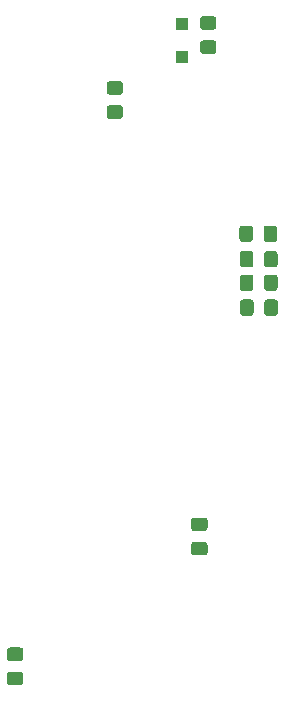
<source format=gbr>
G04 #@! TF.GenerationSoftware,KiCad,Pcbnew,(5.99.0-1662-g9db296991)*
G04 #@! TF.CreationDate,2020-05-23T19:33:27+05:30*
G04 #@! TF.ProjectId,Locker1,4c6f636b-6572-4312-9e6b-696361645f70,rev?*
G04 #@! TF.SameCoordinates,Original*
G04 #@! TF.FileFunction,Paste,Bot*
G04 #@! TF.FilePolarity,Positive*
%FSLAX46Y46*%
G04 Gerber Fmt 4.6, Leading zero omitted, Abs format (unit mm)*
G04 Created by KiCad (PCBNEW (5.99.0-1662-g9db296991)) date 2020-05-23 19:33:27*
%MOMM*%
%LPD*%
G01*
G04 APERTURE LIST*
%ADD10R,1.100000X1.100000*%
G04 APERTURE END LIST*
G36*
G01*
X73949999Y-71425000D02*
X74850001Y-71425000D01*
G75*
G02*
X75100000Y-71674999I0J-249999D01*
G01*
X75100000Y-72325001D01*
G75*
G02*
X74850001Y-72575000I-249999J0D01*
G01*
X73949999Y-72575000D01*
G75*
G02*
X73700000Y-72325001I0J249999D01*
G01*
X73700000Y-71674999D01*
G75*
G02*
X73949999Y-71425000I249999J0D01*
G01*
G37*
G36*
G01*
X73949999Y-69375000D02*
X74850001Y-69375000D01*
G75*
G02*
X75100000Y-69624999I0J-249999D01*
G01*
X75100000Y-70275001D01*
G75*
G02*
X74850001Y-70525000I-249999J0D01*
G01*
X73949999Y-70525000D01*
G75*
G02*
X73700000Y-70275001I0J249999D01*
G01*
X73700000Y-69624999D01*
G75*
G02*
X73949999Y-69375000I249999J0D01*
G01*
G37*
G36*
G01*
X94575000Y-38049999D02*
X94575000Y-38950001D01*
G75*
G02*
X94325001Y-39200000I-249999J0D01*
G01*
X93674999Y-39200000D01*
G75*
G02*
X93425000Y-38950001I0J249999D01*
G01*
X93425000Y-38049999D01*
G75*
G02*
X93674999Y-37800000I249999J0D01*
G01*
X94325001Y-37800000D01*
G75*
G02*
X94575000Y-38049999I0J-249999D01*
G01*
G37*
G36*
G01*
X96625000Y-38049999D02*
X96625000Y-38950001D01*
G75*
G02*
X96375001Y-39200000I-249999J0D01*
G01*
X95724999Y-39200000D01*
G75*
G02*
X95475000Y-38950001I0J249999D01*
G01*
X95475000Y-38049999D01*
G75*
G02*
X95724999Y-37800000I249999J0D01*
G01*
X96375001Y-37800000D01*
G75*
G02*
X96625000Y-38049999I0J-249999D01*
G01*
G37*
G36*
G01*
X95500000Y-41050001D02*
X95500000Y-40149999D01*
G75*
G02*
X95749999Y-39900000I249999J0D01*
G01*
X96400001Y-39900000D01*
G75*
G02*
X96650000Y-40149999I0J-249999D01*
G01*
X96650000Y-41050001D01*
G75*
G02*
X96400001Y-41300000I-249999J0D01*
G01*
X95749999Y-41300000D01*
G75*
G02*
X95500000Y-41050001I0J249999D01*
G01*
G37*
G36*
G01*
X93450000Y-41050001D02*
X93450000Y-40149999D01*
G75*
G02*
X93699999Y-39900000I249999J0D01*
G01*
X94350001Y-39900000D01*
G75*
G02*
X94600000Y-40149999I0J-249999D01*
G01*
X94600000Y-41050001D01*
G75*
G02*
X94350001Y-41300000I-249999J0D01*
G01*
X93699999Y-41300000D01*
G75*
G02*
X93450000Y-41050001I0J249999D01*
G01*
G37*
G36*
G01*
X94575000Y-36049999D02*
X94575000Y-36950001D01*
G75*
G02*
X94325001Y-37200000I-249999J0D01*
G01*
X93674999Y-37200000D01*
G75*
G02*
X93425000Y-36950001I0J249999D01*
G01*
X93425000Y-36049999D01*
G75*
G02*
X93674999Y-35800000I249999J0D01*
G01*
X94325001Y-35800000D01*
G75*
G02*
X94575000Y-36049999I0J-249999D01*
G01*
G37*
G36*
G01*
X96625000Y-36049999D02*
X96625000Y-36950001D01*
G75*
G02*
X96375001Y-37200000I-249999J0D01*
G01*
X95724999Y-37200000D01*
G75*
G02*
X95475000Y-36950001I0J249999D01*
G01*
X95475000Y-36049999D01*
G75*
G02*
X95724999Y-35800000I249999J0D01*
G01*
X96375001Y-35800000D01*
G75*
G02*
X96625000Y-36049999I0J-249999D01*
G01*
G37*
G36*
G01*
X95450000Y-34800001D02*
X95450000Y-33899999D01*
G75*
G02*
X95699999Y-33650000I249999J0D01*
G01*
X96350001Y-33650000D01*
G75*
G02*
X96600000Y-33899999I0J-249999D01*
G01*
X96600000Y-34800001D01*
G75*
G02*
X96350001Y-35050000I-249999J0D01*
G01*
X95699999Y-35050000D01*
G75*
G02*
X95450000Y-34800001I0J249999D01*
G01*
G37*
G36*
G01*
X93400000Y-34800001D02*
X93400000Y-33899999D01*
G75*
G02*
X93649999Y-33650000I249999J0D01*
G01*
X94300001Y-33650000D01*
G75*
G02*
X94550000Y-33899999I0J-249999D01*
G01*
X94550000Y-34800001D01*
G75*
G02*
X94300001Y-35050000I-249999J0D01*
G01*
X93649999Y-35050000D01*
G75*
G02*
X93400000Y-34800001I0J249999D01*
G01*
G37*
G36*
G01*
X90299999Y-17975000D02*
X91200001Y-17975000D01*
G75*
G02*
X91450000Y-18224999I0J-249999D01*
G01*
X91450000Y-18875001D01*
G75*
G02*
X91200001Y-19125000I-249999J0D01*
G01*
X90299999Y-19125000D01*
G75*
G02*
X90050000Y-18875001I0J249999D01*
G01*
X90050000Y-18224999D01*
G75*
G02*
X90299999Y-17975000I249999J0D01*
G01*
G37*
G36*
G01*
X90299999Y-15925000D02*
X91200001Y-15925000D01*
G75*
G02*
X91450000Y-16174999I0J-249999D01*
G01*
X91450000Y-16825001D01*
G75*
G02*
X91200001Y-17075000I-249999J0D01*
G01*
X90299999Y-17075000D01*
G75*
G02*
X90050000Y-16825001I0J249999D01*
G01*
X90050000Y-16174999D01*
G75*
G02*
X90299999Y-15925000I249999J0D01*
G01*
G37*
D10*
X88500000Y-19400000D03*
X88500000Y-16600000D03*
G36*
G01*
X90450001Y-59525000D02*
X89549999Y-59525000D01*
G75*
G02*
X89300000Y-59275001I0J249999D01*
G01*
X89300000Y-58624999D01*
G75*
G02*
X89549999Y-58375000I249999J0D01*
G01*
X90450001Y-58375000D01*
G75*
G02*
X90700000Y-58624999I0J-249999D01*
G01*
X90700000Y-59275001D01*
G75*
G02*
X90450001Y-59525000I-249999J0D01*
G01*
G37*
G36*
G01*
X90450001Y-61575000D02*
X89549999Y-61575000D01*
G75*
G02*
X89300000Y-61325001I0J249999D01*
G01*
X89300000Y-60674999D01*
G75*
G02*
X89549999Y-60425000I249999J0D01*
G01*
X90450001Y-60425000D01*
G75*
G02*
X90700000Y-60674999I0J-249999D01*
G01*
X90700000Y-61325001D01*
G75*
G02*
X90450001Y-61575000I-249999J0D01*
G01*
G37*
G36*
G01*
X83300001Y-22575000D02*
X82399999Y-22575000D01*
G75*
G02*
X82150000Y-22325001I0J249999D01*
G01*
X82150000Y-21674999D01*
G75*
G02*
X82399999Y-21425000I249999J0D01*
G01*
X83300001Y-21425000D01*
G75*
G02*
X83550000Y-21674999I0J-249999D01*
G01*
X83550000Y-22325001D01*
G75*
G02*
X83300001Y-22575000I-249999J0D01*
G01*
G37*
G36*
G01*
X83300001Y-24625000D02*
X82399999Y-24625000D01*
G75*
G02*
X82150000Y-24375001I0J249999D01*
G01*
X82150000Y-23724999D01*
G75*
G02*
X82399999Y-23475000I249999J0D01*
G01*
X83300001Y-23475000D01*
G75*
G02*
X83550000Y-23724999I0J-249999D01*
G01*
X83550000Y-24375001D01*
G75*
G02*
X83300001Y-24625000I-249999J0D01*
G01*
G37*
M02*

</source>
